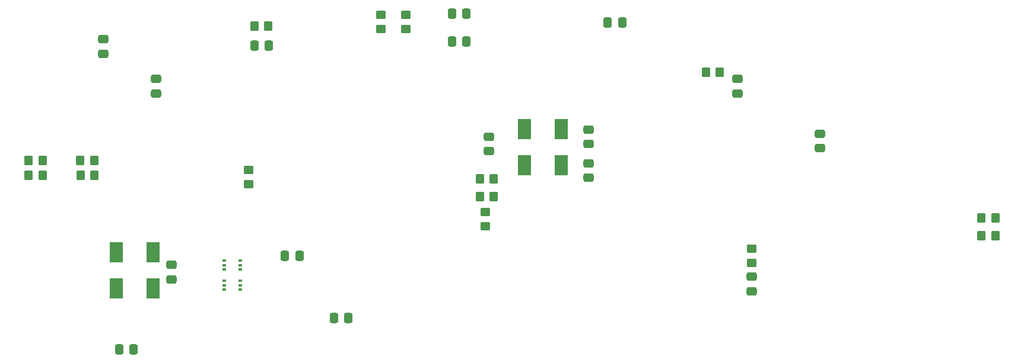
<source format=gbp>
G04 #@! TF.GenerationSoftware,KiCad,Pcbnew,(7.0.0)*
G04 #@! TF.CreationDate,2023-02-28T23:09:26-06:00*
G04 #@! TF.ProjectId,MCD,4d43442e-6b69-4636-9164-5f7063625858,rev?*
G04 #@! TF.SameCoordinates,Original*
G04 #@! TF.FileFunction,Paste,Bot*
G04 #@! TF.FilePolarity,Positive*
%FSLAX46Y46*%
G04 Gerber Fmt 4.6, Leading zero omitted, Abs format (unit mm)*
G04 Created by KiCad (PCBNEW (7.0.0)) date 2023-02-28 23:09:26*
%MOMM*%
%LPD*%
G01*
G04 APERTURE LIST*
G04 Aperture macros list*
%AMRoundRect*
0 Rectangle with rounded corners*
0 $1 Rounding radius*
0 $2 $3 $4 $5 $6 $7 $8 $9 X,Y pos of 4 corners*
0 Add a 4 corners polygon primitive as box body*
4,1,4,$2,$3,$4,$5,$6,$7,$8,$9,$2,$3,0*
0 Add four circle primitives for the rounded corners*
1,1,$1+$1,$2,$3*
1,1,$1+$1,$4,$5*
1,1,$1+$1,$6,$7*
1,1,$1+$1,$8,$9*
0 Add four rect primitives between the rounded corners*
20,1,$1+$1,$2,$3,$4,$5,0*
20,1,$1+$1,$4,$5,$6,$7,0*
20,1,$1+$1,$6,$7,$8,$9,0*
20,1,$1+$1,$8,$9,$2,$3,0*%
G04 Aperture macros list end*
%ADD10RoundRect,0.250000X0.350000X0.450000X-0.350000X0.450000X-0.350000X-0.450000X0.350000X-0.450000X0*%
%ADD11R,1.980000X3.000000*%
%ADD12RoundRect,0.250000X-0.350000X-0.450000X0.350000X-0.450000X0.350000X0.450000X-0.350000X0.450000X0*%
%ADD13RoundRect,0.250000X0.450000X-0.350000X0.450000X0.350000X-0.450000X0.350000X-0.450000X-0.350000X0*%
%ADD14RoundRect,0.250000X0.337500X0.475000X-0.337500X0.475000X-0.337500X-0.475000X0.337500X-0.475000X0*%
%ADD15RoundRect,0.250000X0.475000X-0.337500X0.475000X0.337500X-0.475000X0.337500X-0.475000X-0.337500X0*%
%ADD16R,0.600000X0.420000*%
%ADD17RoundRect,0.250000X-0.475000X0.337500X-0.475000X-0.337500X0.475000X-0.337500X0.475000X0.337500X0*%
%ADD18RoundRect,0.250000X-0.337500X-0.475000X0.337500X-0.475000X0.337500X0.475000X-0.337500X0.475000X0*%
%ADD19RoundRect,0.250000X-0.450000X0.350000X-0.450000X-0.350000X0.450000X-0.350000X0.450000X0.350000X0*%
G04 APERTURE END LIST*
D10*
X91500000Y-109700000D03*
X89500000Y-109700000D03*
D11*
X158099999Y-108324999D03*
X152839999Y-108324999D03*
X152839999Y-103124999D03*
X158099999Y-103124999D03*
D12*
X114300000Y-88400000D03*
X116300000Y-88400000D03*
D13*
X132400000Y-88800000D03*
X132400000Y-86800000D03*
D14*
X120750000Y-121250000D03*
X118675000Y-121250000D03*
D12*
X82100000Y-107600000D03*
X84100000Y-107600000D03*
D15*
X162000000Y-105237500D03*
X162000000Y-103162500D03*
X162000000Y-110100000D03*
X162000000Y-108025000D03*
D16*
X112299999Y-121899999D03*
X112299999Y-122549999D03*
X112299999Y-123199999D03*
X109999999Y-123199999D03*
X109999999Y-122549999D03*
X109999999Y-121899999D03*
D12*
X82100000Y-109700000D03*
X84100000Y-109700000D03*
D10*
X180750000Y-95000000D03*
X178750000Y-95000000D03*
D17*
X183250000Y-95962500D03*
X183250000Y-98037500D03*
D14*
X127750000Y-130100000D03*
X125675000Y-130100000D03*
X97100000Y-134600000D03*
X95025000Y-134600000D03*
D16*
X112299999Y-124799999D03*
X112299999Y-125449999D03*
X112299999Y-126099999D03*
X109999999Y-126099999D03*
X109999999Y-125449999D03*
X109999999Y-124799999D03*
D15*
X102500000Y-124600000D03*
X102500000Y-122525000D03*
D18*
X142525000Y-86600000D03*
X144600000Y-86600000D03*
D10*
X148500000Y-110250000D03*
X146500000Y-110250000D03*
D12*
X218100000Y-115800000D03*
X220100000Y-115800000D03*
D15*
X185250000Y-126287500D03*
X185250000Y-124212500D03*
D12*
X146500000Y-112750000D03*
X148500000Y-112750000D03*
D18*
X164725000Y-87900000D03*
X166800000Y-87900000D03*
D11*
X99899999Y-125899999D03*
X94639999Y-125899999D03*
X94639999Y-120699999D03*
X99899999Y-120699999D03*
D13*
X185250000Y-122250000D03*
X185250000Y-120250000D03*
X113500000Y-111000000D03*
X113500000Y-109000000D03*
X135900000Y-88800000D03*
X135900000Y-86800000D03*
D18*
X114300000Y-91200000D03*
X116375000Y-91200000D03*
D15*
X100250000Y-98000000D03*
X100250000Y-95925000D03*
D17*
X147750000Y-104212500D03*
X147750000Y-106287500D03*
D12*
X218100000Y-118400000D03*
X220100000Y-118400000D03*
D10*
X91450000Y-107600000D03*
X89450000Y-107600000D03*
D14*
X144600000Y-90600000D03*
X142525000Y-90600000D03*
D19*
X147250000Y-115000000D03*
X147250000Y-117000000D03*
D17*
X195000000Y-103762500D03*
X195000000Y-105837500D03*
X92790000Y-90250000D03*
X92790000Y-92325000D03*
M02*

</source>
